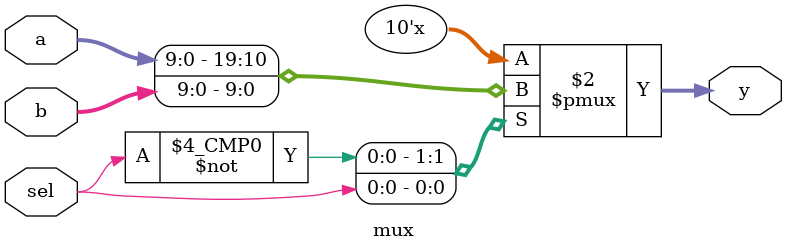
<source format=v>
module mux (
input wire [9:0] a, 
input wire [9:0] b, 
input sel, 
output reg [9:0] y);

	always@(*)
		case (sel)
		1'b0: y = a;
		1'b1: y = b;
		default y = a;
	endcase
	
	
endmodule   


</source>
